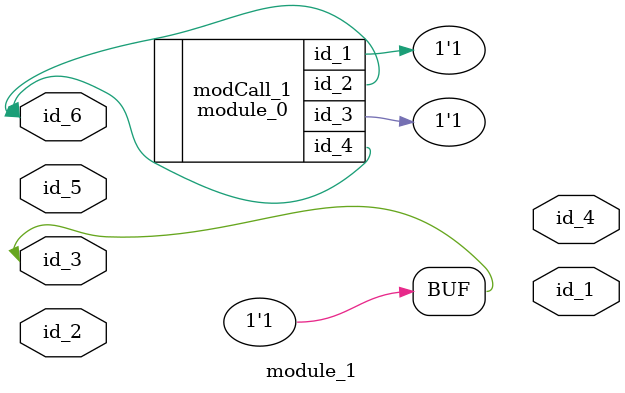
<source format=v>
module module_0 (
    id_1,
    id_2,
    id_3,
    id_4
);
  inout wire id_4;
  output wire id_3;
  inout wire id_2;
  inout wire id_1;
  wire id_5;
endmodule
module module_1 (
    id_1,
    id_2,
    id_3,
    id_4,
    id_5,
    id_6
);
  inout wire id_6;
  inout wire id_5;
  output wire id_4;
  inout wire id_3;
  input wire id_2;
  output wire id_1;
  module_0 modCall_1 (
      id_3,
      id_6,
      id_3,
      id_6
  );
  assign id_3 = 1;
  wire id_7, id_8, id_9, id_10, id_11, id_12, id_13;
endmodule

</source>
